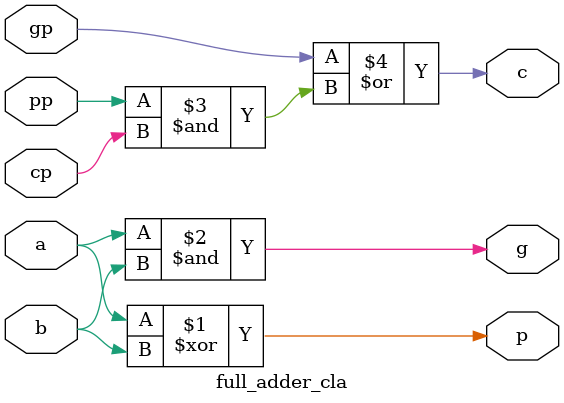
<source format=v>
module full_adder_cla (
  input  wire a,
  input  wire b,
  input  wire cp, // prev carry
  input  wire pp, // previous propagate
  input  wire gp, // previous generate
  output reg  p,
  output reg  g,
  output reg  c);

  assign p = a ^ b; // propagate
  assign g = a & b; // generate
  assign c = gp | pp & cp;

endmodule

</source>
